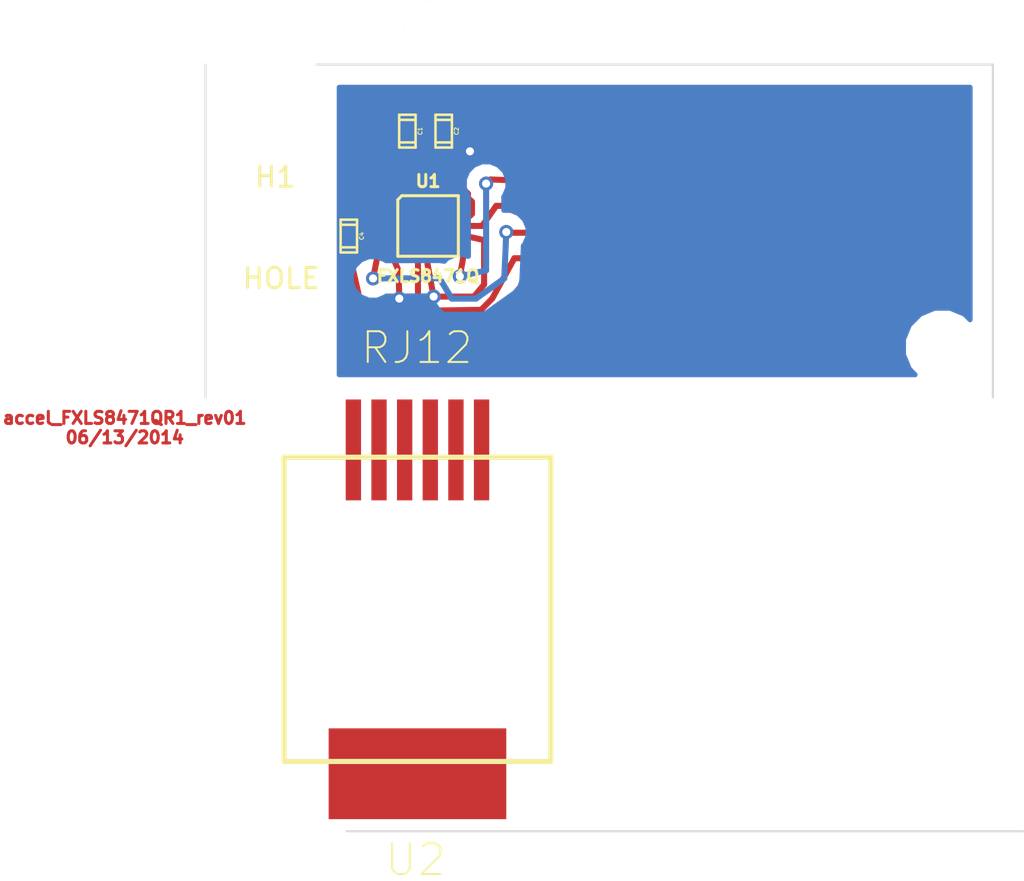
<source format=kicad_pcb>
(kicad_pcb (version 3) (host pcbnew "(2013-08-24 BZR 4298)-stable")

  (general
    (links 18)
    (no_connects 6)
    (area 134.449999 99.949999 168.58153 117.225)
    (thickness 1.6)
    (drawings 5)
    (tracks 101)
    (zones 0)
    (modules 6)
    (nets 8)
  )

  (page A)
  (layers
    (15 F.Cu signal)
    (0 B.Cu signal)
    (16 B.Adhes user)
    (17 F.Adhes user)
    (18 B.Paste user)
    (19 F.Paste user)
    (20 B.SilkS user)
    (21 F.SilkS user)
    (22 B.Mask user)
    (23 F.Mask user)
    (24 Dwgs.User user)
    (25 Cmts.User user)
    (26 Eco1.User user)
    (27 Eco2.User user)
    (28 Edge.Cuts user)
  )

  (setup
    (last_trace_width 0.5)
    (user_trace_width 0.1)
    (user_trace_width 0.15)
    (user_trace_width 0.2)
    (user_trace_width 0.25)
    (user_trace_width 0.3)
    (user_trace_width 0.35)
    (user_trace_width 0.4)
    (user_trace_width 0.5)
    (user_trace_width 0.6)
    (user_trace_width 0.7)
    (user_trace_width 0.8)
    (user_trace_width 1)
    (trace_clearance 0.05)
    (zone_clearance 0.6)
    (zone_45_only no)
    (trace_min 0.1)
    (segment_width 0.2)
    (edge_width 0.1)
    (via_size 0.7)
    (via_drill 0.4)
    (via_min_size 0.7)
    (via_min_drill 0.4)
    (uvia_size 0.4)
    (uvia_drill 0.127)
    (uvias_allowed no)
    (uvia_min_size 0.4)
    (uvia_min_drill 0.127)
    (pcb_text_width 0.3)
    (pcb_text_size 1.5 1.5)
    (mod_edge_width 0.15)
    (mod_text_size 1 1)
    (mod_text_width 0.15)
    (pad_size 2.4 2.4)
    (pad_drill 2.4)
    (pad_to_mask_clearance 0)
    (aux_axis_origin 0 0)
    (visible_elements 7FFFFFFF)
    (pcbplotparams
      (layerselection 3178497)
      (usegerberextensions false)
      (excludeedgelayer true)
      (linewidth 0.150000)
      (plotframeref false)
      (viasonmask false)
      (mode 1)
      (useauxorigin false)
      (hpglpennumber 1)
      (hpglpenspeed 20)
      (hpglpendiameter 15)
      (hpglpenoverlay 2)
      (psnegative false)
      (psa4output false)
      (plotreference true)
      (plotvalue true)
      (plotothertext true)
      (plotinvisibletext false)
      (padsonsilk false)
      (subtractmaskfromsilk false)
      (outputformat 1)
      (mirror false)
      (drillshape 0)
      (scaleselection 1)
      (outputdirectory ""))
  )

  (net 0 "")
  (net 1 GND)
  (net 2 INT1)
  (net 3 INT2)
  (net 4 N-0000011)
  (net 5 SCL)
  (net 6 SDA)
  (net 7 Vdd)

  (net_class Default "This is the default net class."
    (clearance 0.05)
    (trace_width 0.5)
    (via_dia 0.7)
    (via_drill 0.4)
    (uvia_dia 0.4)
    (uvia_drill 0.127)
    (add_net "")
    (add_net GND)
    (add_net INT1)
    (add_net INT2)
    (add_net N-0000011)
    (add_net SCL)
    (add_net SDA)
    (add_net Vdd)
  )

  (module TED_SM0603 (layer F.Cu) (tedit 527731CB) (tstamp 52A599A1)
    (at 139 103.3 270)
    (descr "SMT capacitor, 0603")
    (path /52959381)
    (fp_text reference C1 (at 0 -0.635 270) (layer F.SilkS)
      (effects (font (size 0.20066 0.20066) (thickness 0.04064)))
    )
    (fp_text value 1uF (at 0 0.635 270) (layer F.SilkS) hide
      (effects (font (size 0.20066 0.20066) (thickness 0.04064)))
    )
    (fp_line (start 0.5588 0.4064) (end 0.5588 -0.4064) (layer F.SilkS) (width 0.127))
    (fp_line (start -0.5588 -0.381) (end -0.5588 0.4064) (layer F.SilkS) (width 0.127))
    (fp_line (start -0.8128 -0.4064) (end 0.8128 -0.4064) (layer F.SilkS) (width 0.127))
    (fp_line (start 0.8128 -0.4064) (end 0.8128 0.4064) (layer F.SilkS) (width 0.127))
    (fp_line (start 0.8128 0.4064) (end -0.8128 0.4064) (layer F.SilkS) (width 0.127))
    (fp_line (start -0.8128 0.4064) (end -0.8128 -0.4064) (layer F.SilkS) (width 0.127))
    (pad 2 smd rect (at 0.75184 0 270) (size 0.89916 1.00076)
      (layers F.Cu F.Paste F.Mask)
      (net 1 GND)
      (clearance 0.1)
    )
    (pad 1 smd rect (at -0.75184 0 270) (size 0.89916 1.00076)
      (layers F.Cu F.Paste F.Mask)
      (net 7 Vdd)
      (clearance 0.1)
    )
    (model smd/capacitors/c_0603.wrl
      (at (xyz 0 0 0))
      (scale (xyz 1 1 1))
      (rotate (xyz 0 0 0))
    )
  )

  (module TED_SM0603 (layer F.Cu) (tedit 527731CB) (tstamp 52A599AD)
    (at 140.8 103.3 270)
    (descr "SMT capacitor, 0603")
    (path /5295936A)
    (fp_text reference C2 (at 0 -0.635 270) (layer F.SilkS)
      (effects (font (size 0.20066 0.20066) (thickness 0.04064)))
    )
    (fp_text value .1uF (at 0 0.635 270) (layer F.SilkS) hide
      (effects (font (size 0.20066 0.20066) (thickness 0.04064)))
    )
    (fp_line (start 0.5588 0.4064) (end 0.5588 -0.4064) (layer F.SilkS) (width 0.127))
    (fp_line (start -0.5588 -0.381) (end -0.5588 0.4064) (layer F.SilkS) (width 0.127))
    (fp_line (start -0.8128 -0.4064) (end 0.8128 -0.4064) (layer F.SilkS) (width 0.127))
    (fp_line (start 0.8128 -0.4064) (end 0.8128 0.4064) (layer F.SilkS) (width 0.127))
    (fp_line (start 0.8128 0.4064) (end -0.8128 0.4064) (layer F.SilkS) (width 0.127))
    (fp_line (start -0.8128 0.4064) (end -0.8128 -0.4064) (layer F.SilkS) (width 0.127))
    (pad 2 smd rect (at 0.75184 0 270) (size 0.89916 1.00076)
      (layers F.Cu F.Paste F.Mask)
      (net 1 GND)
      (clearance 0.1)
    )
    (pad 1 smd rect (at -0.75184 0 270) (size 0.89916 1.00076)
      (layers F.Cu F.Paste F.Mask)
      (net 7 Vdd)
      (clearance 0.1)
    )
    (model smd/capacitors/c_0603.wrl
      (at (xyz 0 0 0))
      (scale (xyz 1 1 1))
      (rotate (xyz 0 0 0))
    )
  )

  (module TED_SM0603 (layer F.Cu) (tedit 527731CB) (tstamp 539B7F83)
    (at 136.1 108.5 270)
    (descr "SMT capacitor, 0603")
    (path /52A5541B)
    (fp_text reference C4 (at 0 -0.635 270) (layer F.SilkS)
      (effects (font (size 0.20066 0.20066) (thickness 0.04064)))
    )
    (fp_text value .1uF (at 0 0.635 270) (layer F.SilkS) hide
      (effects (font (size 0.20066 0.20066) (thickness 0.04064)))
    )
    (fp_line (start 0.5588 0.4064) (end 0.5588 -0.4064) (layer F.SilkS) (width 0.127))
    (fp_line (start -0.5588 -0.381) (end -0.5588 0.4064) (layer F.SilkS) (width 0.127))
    (fp_line (start -0.8128 -0.4064) (end 0.8128 -0.4064) (layer F.SilkS) (width 0.127))
    (fp_line (start 0.8128 -0.4064) (end 0.8128 0.4064) (layer F.SilkS) (width 0.127))
    (fp_line (start 0.8128 0.4064) (end -0.8128 0.4064) (layer F.SilkS) (width 0.127))
    (fp_line (start -0.8128 0.4064) (end -0.8128 -0.4064) (layer F.SilkS) (width 0.127))
    (pad 2 smd rect (at 0.75184 0 270) (size 0.89916 1.00076)
      (layers F.Cu F.Paste F.Mask)
      (net 1 GND)
      (clearance 0.1)
    )
    (pad 1 smd rect (at -0.75184 0 270) (size 0.89916 1.00076)
      (layers F.Cu F.Paste F.Mask)
      (net 4 N-0000011)
      (clearance 0.1)
    )
    (model smd/capacitors/c_0603.wrl
      (at (xyz 0 0 0))
      (scale (xyz 1 1 1))
      (rotate (xyz 0 0 0))
    )
  )

  (module TED_RJ12_855135002 (layer F.Cu) (tedit 5373FCE2) (tstamp 539B8586)
    (at 139.5 127 180)
    (path /539B7C14)
    (fp_text reference U2 (at 0.09 -12.42 180) (layer F.SilkS)
      (effects (font (thickness 0.09906)))
    )
    (fp_text value RJ12 (at 0.03 12.96 180) (layer F.SilkS)
      (effects (font (thickness 0.09906)))
    )
    (fp_line (start -6.605 -7.54) (end 6.605 -7.54) (layer F.SilkS) (width 0.254))
    (fp_line (start 6.605 -7.54) (end 6.605 7.54) (layer F.SilkS) (width 0.254))
    (fp_line (start 6.605 7.54) (end -6.605 7.54) (layer F.SilkS) (width 0.254))
    (fp_line (start -6.605 7.54) (end -6.605 -7.54) (layer F.SilkS) (width 0.254))
    (pad 6 smd rect (at -3.175 7.9 180) (size 0.76 5)
      (layers F.Cu F.Paste F.Mask)
      (net 7 Vdd)
      (clearance 0.2)
    )
    (pad 4 smd rect (at -0.635 7.9 180) (size 0.76 5)
      (layers F.Cu F.Paste F.Mask)
      (net 2 INT1)
      (clearance 0.2)
    )
    (pad 2 smd rect (at 1.905 7.9 180) (size 0.76 5)
      (layers F.Cu F.Paste F.Mask)
      (net 6 SDA)
      (clearance 0.2)
    )
    (pad 3 smd rect (at 0.635 7.9 180) (size 0.76 5)
      (layers F.Cu F.Paste F.Mask)
      (net 5 SCL)
      (clearance 0.2)
    )
    (pad 1 smd rect (at 3.175 7.9 180) (size 0.76 5)
      (layers F.Cu F.Paste F.Mask)
      (net 1 GND)
      (clearance 0.2)
    )
    (pad 5 smd rect (at -1.905 7.9 180) (size 0.76 5)
      (layers F.Cu F.Paste F.Mask)
      (net 3 INT2)
      (clearance 0.2)
    )
    (pad PAD smd rect (at 0 -8.15 180) (size 8.8 4.5)
      (layers F.Cu F.Paste F.Mask)
    )
  )

  (module TED_QFN16_3x5 (layer F.Cu) (tedit 53767B71) (tstamp 52A599E5)
    (at 140.025 108)
    (path /539B7524)
    (solder_mask_margin 0.1)
    (solder_paste_margin -0.1)
    (solder_paste_ratio -0.2)
    (clearance 0.1)
    (fp_text reference U1 (at 0 -2.22) (layer F.SilkS)
      (effects (font (size 0.6 0.6) (thickness 0.15)))
    )
    (fp_text value FXLS8471Q (at 0 2.49) (layer F.SilkS)
      (effects (font (size 0.6 0.6) (thickness 0.15)))
    )
    (fp_line (start -1.3 -1.5) (end 1.5 -1.5) (layer F.SilkS) (width 0.14986))
    (fp_line (start -1.5 -1.3) (end -1.5 1.5) (layer F.SilkS) (width 0.14986))
    (fp_line (start -1.3 -1.5) (end -1.5 -1.3) (layer F.SilkS) (width 0.14986))
    (fp_line (start 1.5 1.5) (end -1.5 1.5) (layer F.SilkS) (width 0.14986))
    (fp_line (start 1.5 -1.5) (end 1.5 1.5) (layer F.SilkS) (width 0.14986))
    (pad 2 smd rect (at -1.275 -0.5) (size 0.8 0.3)
      (layers F.Cu F.Paste F.Mask)
      (net 4 N-0000011)
    )
    (pad 1 smd rect (at -1.275 -1) (size 0.8 0.3)
      (layers F.Cu F.Paste F.Mask)
      (net 7 Vdd)
    )
    (pad 13 smd rect (at 1.275 -1) (size 0.8 0.3)
      (layers F.Cu F.Paste F.Mask)
      (net 1 GND)
    )
    (pad 3 smd rect (at -1.275 -0.005) (size 0.8 0.3)
      (layers F.Cu F.Paste F.Mask)
      (net 1 GND)
    )
    (pad 4 smd rect (at -1.275 0.5) (size 0.8 0.3)
      (layers F.Cu F.Paste F.Mask)
      (net 5 SCL)
    )
    (pad 5 smd rect (at -1.275 1) (size 0.8 0.3)
      (layers F.Cu F.Paste F.Mask)
      (net 1 GND)
    )
    (pad 6 smd rect (at -0.5 1.275) (size 0.3 0.8)
      (layers F.Cu F.Paste F.Mask)
      (net 6 SDA)
    )
    (pad 7 smd rect (at -0.035 1.275) (size 0.3 0.8)
      (layers F.Cu F.Paste F.Mask)
      (net 1 GND)
    )
    (pad 8 smd rect (at 0.5 1.275) (size 0.3 0.8)
      (layers F.Cu F.Paste F.Mask)
    )
    (pad 9 smd rect (at 1.275 1) (size 0.8 0.3)
      (layers F.Cu F.Paste F.Mask)
      (net 3 INT2)
    )
    (pad 10 smd rect (at 1.275 0.5) (size 0.8 0.3)
      (layers F.Cu F.Paste F.Mask)
      (net 1 GND)
    )
    (pad 11 smd rect (at 1.275 -0.005) (size 0.8 0.3)
      (layers F.Cu F.Paste F.Mask)
      (net 2 INT1)
    )
    (pad 12 smd rect (at 1.275 -0.5) (size 0.8 0.3)
      (layers F.Cu F.Paste F.Mask)
      (net 1 GND)
    )
    (pad 14 smd rect (at 0.5 -1.275) (size 0.3 0.8)
      (layers F.Cu F.Paste F.Mask)
      (net 7 Vdd)
    )
    (pad 15 smd rect (at -0.015 -1.275) (size 0.3 0.8)
      (layers F.Cu F.Paste F.Mask)
    )
    (pad 16 smd rect (at -0.5 -1.275) (size 0.3 0.8)
      (layers F.Cu F.Paste F.Mask)
    )
    (model smd/qfn24.wrl
      (at (xyz 0 0 0))
      (scale (xyz 1 1 1))
      (rotate (xyz 0 0 0))
    )
  )

  (module TED_Hole_2_4mm (layer F.Cu) (tedit 539BC511) (tstamp 539B82C8)
    (at 132.5 108)
    (path /5365C78C)
    (fp_text reference H1 (at -0.05 -2.425) (layer F.SilkS)
      (effects (font (size 1 1) (thickness 0.15)))
    )
    (fp_text value HOLE (at 0.25 2.6) (layer F.SilkS)
      (effects (font (size 1 1) (thickness 0.15)))
    )
    (pad "" np_thru_hole circle (at 7.5 -10) (size 2.4 2.4) (drill 2.4)
      (layers *.Cu *.Mask F.SilkS)
    )
  )

  (gr_text "accel_FXLS8471QR1_rev01\n06/13/2014" (at 125 118) (layer F.Cu)
    (effects (font (size 0.6 0.6) (thickness 0.15)))
  )
  (gr_line (start 129 116.5) (end 129 100) (angle 90) (layer Edge.Cuts) (width 0.1))
  (gr_line (start 169.5 138) (end 136 138) (angle 90) (layer Edge.Cuts) (width 0.1))
  (gr_line (start 168 100) (end 168 116.5) (angle 90) (layer Edge.Cuts) (width 0.1))
  (gr_line (start 134.5 100) (end 168 100) (angle 90) (layer Edge.Cuts) (width 0.1))

  (segment (start 138.3 109.6) (end 138.3 109.1) (width 0.3) (layer F.Cu) (net 1))
  (segment (start 138.3 109.6) (end 138.563793 110.215517) (width 0.3) (layer F.Cu) (net 1) (tstamp 539B7FF3))
  (segment (start 138.6 111.6) (end 138.563793 110.215517) (width 0.3) (layer F.Cu) (net 1) (tstamp 539B7FF5))
  (segment (start 138.4 109) (end 138.75 109) (width 0.3) (layer F.Cu) (net 1) (tstamp 539B89E5))
  (segment (start 138.3 109.1) (end 138.4 109) (width 0.3) (layer F.Cu) (net 1) (tstamp 539B89E2))
  (segment (start 140.8 104.05184) (end 141.85184 104.05184) (width 0.3) (layer F.Cu) (net 1))
  (segment (start 140 112.4) (end 139.2 111.6) (width 0.3) (layer B.Cu) (net 1) (tstamp 539B87B3))
  (segment (start 143.4 112.4) (end 140 112.4) (width 0.3) (layer B.Cu) (net 1) (tstamp 539B87B1))
  (segment (start 145 110.8) (end 143.4 112.4) (width 0.3) (layer B.Cu) (net 1) (tstamp 539B87AD))
  (segment (start 145 105.4) (end 145 110.8) (width 0.3) (layer B.Cu) (net 1) (tstamp 539B87AC))
  (segment (start 143.9 104.3) (end 145 105.4) (width 0.3) (layer B.Cu) (net 1) (tstamp 539B87AB))
  (segment (start 142.1 104.3) (end 143.9 104.3) (width 0.3) (layer B.Cu) (net 1) (tstamp 539B87AA))
  (via (at 142.1 104.3) (size 0.7) (layers F.Cu B.Cu) (net 1))
  (segment (start 141.85184 104.05184) (end 142.1 104.3) (width 0.3) (layer F.Cu) (net 1) (tstamp 539B87A8))
  (segment (start 141.3 108.5) (end 141.9 108.5) (width 0.3) (layer F.Cu) (net 1))
  (segment (start 142.3 111.5) (end 140.3 111.5) (width 0.3) (layer F.Cu) (net 1) (tstamp 539B8041))
  (segment (start 142.8 110.9) (end 142.3 111.5) (width 0.3) (layer F.Cu) (net 1) (tstamp 539B8040))
  (segment (start 142.8 108.7) (end 142.8 110.9) (width 0.3) (layer F.Cu) (net 1) (tstamp 539B803F))
  (segment (start 141.9 108.5) (end 142.8 108.7) (width 0.3) (layer F.Cu) (net 1) (tstamp 539B803E))
  (segment (start 139.99 109.275) (end 140 109.9) (width 0.3) (layer F.Cu) (net 1))
  (segment (start 138.395117 111.804883) (end 136.678449 111.804883) (width 0.3) (layer F.Cu) (net 1) (tstamp 539B7FE6))
  (segment (start 138.6 111.6) (end 138.395117 111.804883) (width 0.3) (layer F.Cu) (net 1) (tstamp 539B7FE5))
  (via (at 138.6 111.6) (size 0.7) (layers F.Cu B.Cu) (net 1))
  (segment (start 139.2 111.6) (end 138.6 111.6) (width 0.3) (layer B.Cu) (net 1) (tstamp 539B87BA))
  (segment (start 140.2 111.6) (end 139.2 111.6) (width 0.3) (layer B.Cu) (net 1) (tstamp 539B7FDA))
  (via (at 140.3 111.5) (size 0.7) (layers F.Cu B.Cu) (net 1))
  (segment (start 140.3 111.5) (end 140.2 111.6) (width 0.3) (layer B.Cu) (net 1) (tstamp 539B7FD9))
  (segment (start 140 109.9) (end 140.3 111.5) (width 0.3) (layer F.Cu) (net 1) (tstamp 539B7FD4))
  (segment (start 138.75 107.995) (end 137.405 107.995) (width 0.3) (layer F.Cu) (net 1))
  (segment (start 136.84816 109.25184) (end 136.1 109.25184) (width 0.3) (layer F.Cu) (net 1) (tstamp 539B7F96))
  (segment (start 137 109.1) (end 136.84816 109.25184) (width 0.3) (layer F.Cu) (net 1) (tstamp 539B7F95))
  (segment (start 137 108.4) (end 137 109.1) (width 0.3) (layer F.Cu) (net 1) (tstamp 539B7F94))
  (segment (start 137.405 107.995) (end 137 108.4) (width 0.3) (layer F.Cu) (net 1) (tstamp 539B7F93))
  (segment (start 148.6 110.875) (end 146.425 110.875) (width 0.3) (layer F.Cu) (net 1) (status 30))
  (segment (start 136.7 111.9) (end 136.678449 111.804883) (width 0.3) (layer F.Cu) (net 1) (tstamp 539B7F57) (status 20))
  (segment (start 136.678449 111.804883) (end 136.1 109.25184) (width 0.3) (layer F.Cu) (net 1) (tstamp 539B7FE8) (status 20))
  (segment (start 137.6 112.8) (end 136.7 111.9) (width 0.3) (layer F.Cu) (net 1) (tstamp 539B7F54))
  (segment (start 143 112.8) (end 137.6 112.8) (width 0.3) (layer F.Cu) (net 1) (tstamp 539B7F52))
  (segment (start 143.6 112.2) (end 143 112.8) (width 0.3) (layer F.Cu) (net 1) (tstamp 539B7F51))
  (segment (start 144.7 110.9) (end 143.6 112.2) (width 0.3) (layer F.Cu) (net 1) (tstamp 539B7F4D))
  (segment (start 146.425 110.875) (end 144.7 110.9) (width 0.3) (layer F.Cu) (net 1) (tstamp 539B7F4C) (status 10))
  (segment (start 141.3 107.5) (end 142.1 107.5) (width 0.3) (layer F.Cu) (net 1))
  (segment (start 142.2 106.8) (end 142 106.6) (width 0.3) (layer F.Cu) (net 1) (tstamp 539B7F14))
  (segment (start 142.2 107.4) (end 142.2 106.8) (width 0.3) (layer F.Cu) (net 1) (tstamp 539B7F13))
  (segment (start 142.1 107.5) (end 142.2 107.4) (width 0.3) (layer F.Cu) (net 1) (tstamp 539B7F12))
  (segment (start 141.3 107) (end 141.9 107) (width 0.3) (layer F.Cu) (net 1))
  (segment (start 141.2 105) (end 140.8 104.05184) (width 0.3) (layer F.Cu) (net 1) (tstamp 539B7F0F) (status 20))
  (segment (start 141.7 106.1) (end 141.2 105) (width 0.3) (layer F.Cu) (net 1) (tstamp 539B7F0D))
  (segment (start 142 106.4) (end 141.7 106.1) (width 0.3) (layer F.Cu) (net 1) (tstamp 539B7F0B))
  (segment (start 142 106.9) (end 142 106.6) (width 0.3) (layer F.Cu) (net 1) (tstamp 539B7F0A))
  (segment (start 142 106.6) (end 142 106.4) (width 0.3) (layer F.Cu) (net 1) (tstamp 539B7F17))
  (segment (start 141.9 107) (end 142 106.9) (width 0.3) (layer F.Cu) (net 1) (tstamp 539B7F09))
  (segment (start 139 104.05184) (end 140.8 104.05184) (width 0.3) (layer F.Cu) (net 1) (status 20))
  (segment (start 141.3 107.995) (end 142.7 108) (width 0.3) (layer F.Cu) (net 2))
  (segment (start 143.4 107) (end 148.6 107.065) (width 0.3) (layer F.Cu) (net 2) (tstamp 539B7EC6) (status 20))
  (segment (start 142.7 108) (end 143.4 107) (width 0.3) (layer F.Cu) (net 2) (tstamp 539B7EC4))
  (segment (start 141.3 109) (end 141.7 109) (width 0.3) (layer F.Cu) (net 3))
  (segment (start 143.105 105.695) (end 148.6 105.895) (width 0.3) (layer F.Cu) (net 3) (tstamp 539B7F00) (status 20))
  (segment (start 142.9 106) (end 143.105 105.795) (width 0.3) (layer F.Cu) (net 3) (tstamp 539B7EFF))
  (via (at 142.9 105.9) (size 0.7) (layers F.Cu B.Cu) (net 3))
  (segment (start 142.9 110.2) (end 142.9 105.9) (width 0.3) (layer B.Cu) (net 3) (tstamp 539B7EFB))
  (segment (start 141.6 110.5) (end 142.9 110.2) (width 0.3) (layer B.Cu) (net 3) (tstamp 539B7EFA))
  (via (at 141.6 110.5) (size 0.7) (layers F.Cu B.Cu) (net 3))
  (segment (start 141.793337 109.406736) (end 141.6 110.5) (width 0.3) (layer F.Cu) (net 3) (tstamp 539B7EF5))
  (segment (start 141.7 109) (end 141.793337 109.406736) (width 0.3) (layer F.Cu) (net 3) (tstamp 539B7EF4))
  (segment (start 138.75 107.5) (end 136.34816 107.5) (width 0.3) (layer F.Cu) (net 4) (status 20))
  (segment (start 136.34816 107.5) (end 136.1 107.74816) (width 0.3) (layer F.Cu) (net 4) (tstamp 539B7EE1) (status 30))
  (segment (start 138.75 108.5) (end 138 108.5) (width 0.3) (layer F.Cu) (net 5))
  (segment (start 143.935 108.335) (end 148.6 108.335) (width 0.3) (layer F.Cu) (net 5) (tstamp 539B7FA2) (status 20))
  (segment (start 143.9 108.3) (end 143.935 108.335) (width 0.3) (layer F.Cu) (net 5) (tstamp 539B7FA1))
  (via (at 143.9 108.3) (size 0.7) (layers F.Cu B.Cu) (net 5))
  (segment (start 143.8 110.6) (end 143.9 108.3) (width 0.3) (layer B.Cu) (net 5) (tstamp 539B7F9F))
  (segment (start 142.4 111.6) (end 143.8 110.6) (width 0.3) (layer B.Cu) (net 5) (tstamp 539B7F9E))
  (segment (start 141.2 111.6) (end 142.4 111.6) (width 0.3) (layer B.Cu) (net 5) (tstamp 539B7F9C))
  (segment (start 137.3 110.6) (end 140.591578 110.589836) (width 0.3) (layer B.Cu) (net 5) (tstamp 539B7F9B))
  (segment (start 140.591578 110.589836) (end 141.2 111.6) (width 0.3) (layer B.Cu) (net 5) (tstamp 539B7FC7))
  (via (at 137.3 110.6) (size 0.7) (layers F.Cu B.Cu) (net 5))
  (segment (start 137.7 108.6) (end 137.3 110.6) (width 0.3) (layer F.Cu) (net 5) (tstamp 539B7F99))
  (segment (start 138 108.5) (end 137.7 108.6) (width 0.3) (layer F.Cu) (net 5) (tstamp 539B7F98))
  (segment (start 139.525 109.275) (end 139.525 111.825) (width 0.3) (layer F.Cu) (net 6))
  (segment (start 144.6 109.6) (end 148.6 109.605) (width 0.3) (layer F.Cu) (net 6) (tstamp 539B7F30) (status 20))
  (segment (start 144.3 109.6) (end 144.6 109.6) (width 0.3) (layer F.Cu) (net 6) (tstamp 539B7F2F))
  (segment (start 143.2 111.6) (end 144.3 109.6) (width 0.3) (layer F.Cu) (net 6) (tstamp 539B7F2E))
  (segment (start 142.656422 112.155237) (end 143.2 111.6) (width 0.3) (layer F.Cu) (net 6) (tstamp 539B7F2D))
  (segment (start 139.9 112.2) (end 142.656422 112.155237) (width 0.3) (layer F.Cu) (net 6) (tstamp 539B7F2B))
  (segment (start 139.525 111.825) (end 139.9 112.2) (width 0.3) (layer F.Cu) (net 6) (tstamp 539B7F27))
  (segment (start 137.4 105.7) (end 140.3 105.7) (width 0.3) (layer F.Cu) (net 7))
  (segment (start 140.525 105.925) (end 140.525 106.725) (width 0.3) (layer F.Cu) (net 7) (tstamp 539B7EBC))
  (segment (start 140.3 105.7) (end 140.525 105.925) (width 0.3) (layer F.Cu) (net 7) (tstamp 539B7EBB))
  (segment (start 140.8 102.54816) (end 139 102.54816) (width 0.3) (layer F.Cu) (net 7) (status 10))
  (segment (start 139 102.54816) (end 138.45184 102.54816) (width 0.3) (layer F.Cu) (net 7))
  (segment (start 138.45184 102.54816) (end 137.4 103.6) (width 0.3) (layer F.Cu) (net 7) (tstamp 539B7E61))
  (segment (start 137.4 103.6) (end 137.4 105.7) (width 0.3) (layer F.Cu) (net 7) (tstamp 539B7E64))
  (segment (start 137.4 105.7) (end 137.4 106.5) (width 0.3) (layer F.Cu) (net 7) (tstamp 539B7EB9))
  (segment (start 137.4 106.5) (end 137.9 107) (width 0.3) (layer F.Cu) (net 7) (tstamp 539B7E65))
  (segment (start 137.9 107) (end 138.75 107) (width 0.3) (layer F.Cu) (net 7) (tstamp 539B7E66))
  (segment (start 148.6 104.525) (end 143.825 104.325) (width 0.3) (layer F.Cu) (net 7) (status 10))
  (segment (start 142.14816 102.54816) (end 140.8 102.54816) (width 0.3) (layer F.Cu) (net 7) (tstamp 539B7E5A) (status 20))
  (segment (start 142.6 103) (end 142.14816 102.54816) (width 0.3) (layer F.Cu) (net 7) (tstamp 539B7E59))
  (segment (start 142.6 103.1) (end 142.6 103) (width 0.3) (layer F.Cu) (net 7) (tstamp 539B7E58))
  (segment (start 143.825 104.325) (end 142.6 103.1) (width 0.3) (layer F.Cu) (net 7) (tstamp 539B7E56))

  (zone (net 1) (net_name GND) (layer B.Cu) (tstamp 539B87D1) (hatch edge 0.508)
    (connect_pads (clearance 0.6))
    (min_thickness 0.254)
    (fill (arc_segments 16) (thermal_gap 0.508) (thermal_bridge_width 0.508))
    (polygon
      (pts
        (xy 135.5 101) (xy 167 101) (xy 167 115.5) (xy 135.5 115.5)
      )
    )
    (filled_polygon
      (pts
        (xy 166.873 112.647827) (xy 166.592983 112.367322) (xy 165.884986 112.073335) (xy 165.118378 112.072666) (xy 164.409868 112.365416)
        (xy 163.867322 112.907017) (xy 163.573335 113.615014) (xy 163.572666 114.381622) (xy 163.865416 115.090132) (xy 164.147791 115.373)
        (xy 144.977187 115.373) (xy 144.977187 108.086711) (xy 144.813569 107.690725) (xy 144.510868 107.387496) (xy 144.115168 107.223187)
        (xy 143.777 107.222891) (xy 143.777 106.54631) (xy 143.812504 106.510868) (xy 143.976813 106.115168) (xy 143.977187 105.686711)
        (xy 143.813569 105.290725) (xy 143.510868 104.987496) (xy 143.115168 104.823187) (xy 142.686711 104.822813) (xy 142.290725 104.986431)
        (xy 141.987496 105.289132) (xy 141.823187 105.684832) (xy 141.822813 106.113289) (xy 141.986431 106.509275) (xy 142.023 106.545907)
        (xy 142.023 109.502273) (xy 142.011836 109.50485) (xy 141.815168 109.423187) (xy 141.386711 109.422813) (xy 140.990725 109.586431)
        (xy 140.826821 109.750049) (xy 140.802258 109.738517) (xy 140.70333 109.733938) (xy 140.588512 109.711516) (xy 137.94406 109.720746)
        (xy 137.910868 109.687496) (xy 137.515168 109.523187) (xy 137.086711 109.522813) (xy 136.690725 109.686431) (xy 136.387496 109.989132)
        (xy 136.223187 110.384832) (xy 136.222813 110.813289) (xy 136.386431 111.209275) (xy 136.689132 111.512504) (xy 137.084832 111.676813)
        (xy 137.513289 111.677187) (xy 137.909275 111.513569) (xy 137.948168 111.474743) (xy 140.096651 111.467243) (xy 140.449749 112.05258)
        (xy 140.517783 112.127217) (xy 140.579867 112.220133) (xy 140.637704 112.258778) (xy 140.680267 112.305472) (xy 140.772147 112.34861)
        (xy 140.864387 112.410242) (xy 140.932111 112.423713) (xy 140.990015 112.450899) (xy 141.092666 112.455649) (xy 141.2 112.477)
        (xy 142.4 112.477) (xy 142.497707 112.457564) (xy 142.597282 112.454522) (xy 142.663924 112.424501) (xy 142.735613 112.410242)
        (xy 142.818446 112.354894) (xy 142.909276 112.313979) (xy 144.309934 111.3149) (xy 144.349847 111.27247) (xy 144.392493 111.246593)
        (xy 144.457173 111.158379) (xy 144.544395 111.06566) (xy 144.564962 111.011372) (xy 144.594832 110.970636) (xy 144.621158 110.863047)
        (xy 144.66563 110.745668) (xy 144.663881 110.688451) (xy 144.676165 110.638254) (xy 144.748808 108.974452) (xy 144.812504 108.910868)
        (xy 144.976813 108.515168) (xy 144.977187 108.086711) (xy 144.977187 115.373) (xy 135.627 115.373) (xy 135.627 101.127)
        (xy 166.873 101.127) (xy 166.873 112.647827)
      )
    )
  )
)

</source>
